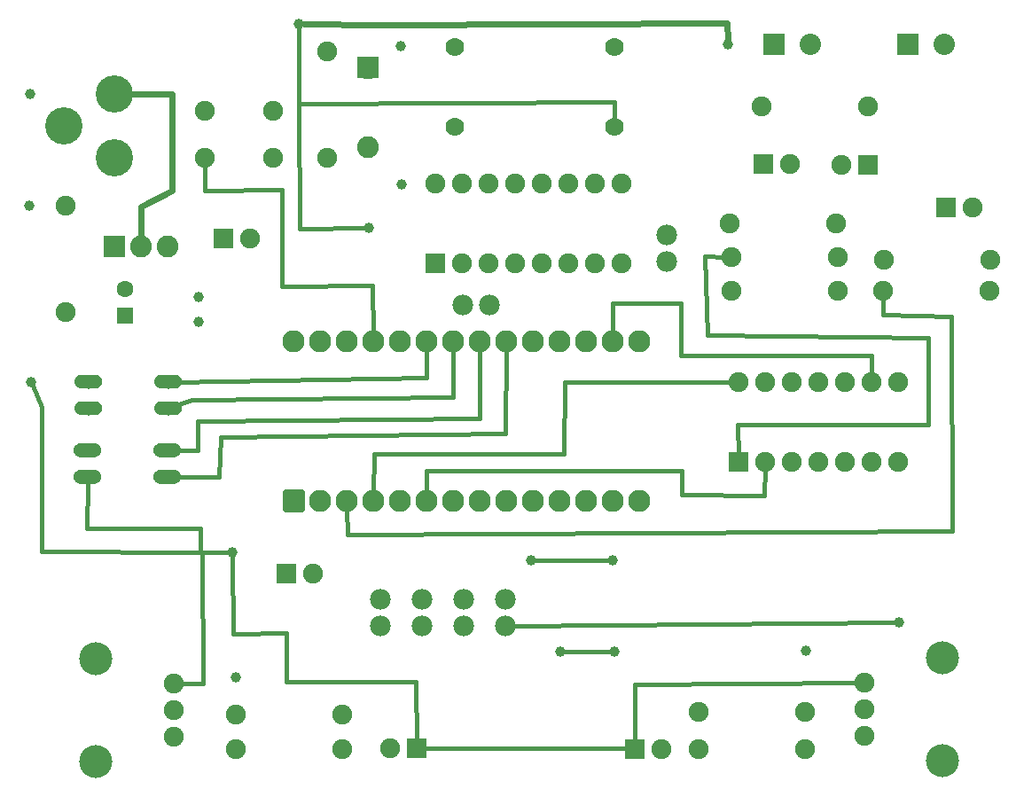
<source format=gbl>
G04 MADE WITH FRITZING*
G04 WWW.FRITZING.ORG*
G04 DOUBLE SIDED*
G04 HOLES PLATED*
G04 CONTOUR ON CENTER OF CONTOUR VECTOR*
%ASAXBY*%
%FSLAX23Y23*%
%MOIN*%
%OFA0B0*%
%SFA1.0B1.0*%
%ADD10C,0.039370*%
%ADD11C,0.075000*%
%ADD12C,0.082000*%
%ADD13C,0.070000*%
%ADD14C,0.078000*%
%ADD15C,0.083307*%
%ADD16C,0.074667*%
%ADD17C,0.074695*%
%ADD18C,0.124033*%
%ADD19C,0.140000*%
%ADD20C,0.080000*%
%ADD21C,0.062992*%
%ADD22C,0.052000*%
%ADD23R,0.075000X0.075000*%
%ADD24R,0.082000X0.082000*%
%ADD25R,0.080000X0.080000*%
%ADD26R,0.062992X0.062992*%
%ADD27C,0.016000*%
%ADD28C,0.024000*%
%ADD29C,0.020000*%
%ADD30R,0.001000X0.001000*%
%LNCOPPER0*%
G90*
G70*
G54D10*
X2324Y682D03*
X2122Y682D03*
G54D11*
X1093Y977D03*
X1193Y977D03*
G54D12*
X445Y2207D03*
X545Y2207D03*
X645Y2207D03*
G54D11*
X262Y2358D03*
X262Y1958D03*
X856Y2236D03*
X956Y2236D03*
G54D10*
X762Y2017D03*
G54D13*
X1726Y2657D03*
X2326Y2657D03*
X2326Y2957D03*
X1726Y2957D03*
G54D10*
X1522Y2958D03*
X1527Y2439D03*
X3394Y793D03*
G54D14*
X2521Y2248D03*
X2521Y2149D03*
G54D10*
X762Y1923D03*
G54D11*
X2880Y2732D03*
X3280Y2732D03*
X1652Y2141D03*
X1652Y2441D03*
X1752Y2141D03*
X1752Y2441D03*
X1852Y2141D03*
X1852Y2441D03*
X1952Y2141D03*
X1952Y2441D03*
X2052Y2141D03*
X2052Y2441D03*
X2152Y2141D03*
X2152Y2441D03*
X2252Y2141D03*
X2252Y2441D03*
X2352Y2141D03*
X2352Y2441D03*
G54D12*
X1399Y2877D03*
X1399Y2579D03*
G54D11*
X1247Y2939D03*
X1247Y2539D03*
G54D10*
X1402Y2276D03*
X1139Y3043D03*
G54D14*
X1756Y1987D03*
X1856Y1987D03*
G54D10*
X133Y1695D03*
G54D14*
X1444Y879D03*
X1444Y779D03*
G54D10*
X890Y1054D03*
G54D14*
X1601Y879D03*
X1601Y779D03*
X1759Y879D03*
X1759Y779D03*
X1916Y879D03*
X1916Y779D03*
G54D10*
X2318Y1027D03*
X2011Y1025D03*
G54D11*
X902Y444D03*
X1302Y444D03*
X902Y315D03*
X1302Y315D03*
X2642Y455D03*
X3042Y455D03*
X2641Y314D03*
X3041Y314D03*
X2402Y317D03*
X2502Y317D03*
X1581Y319D03*
X1481Y319D03*
G54D15*
X1120Y1249D03*
X1120Y1849D03*
X1220Y1249D03*
X1220Y1849D03*
X1320Y1249D03*
X1320Y1849D03*
X1420Y1249D03*
X1420Y1849D03*
X1520Y1249D03*
X1520Y1849D03*
X1620Y1249D03*
X1620Y1849D03*
X1720Y1249D03*
X1720Y1849D03*
X1820Y1249D03*
X1820Y1849D03*
X1920Y1249D03*
X1920Y1849D03*
X2020Y1249D03*
X2020Y1849D03*
X2120Y1249D03*
X2120Y1849D03*
X2220Y1249D03*
X2220Y1849D03*
X2320Y1249D03*
X2320Y1849D03*
X2420Y1249D03*
X2420Y1849D03*
G54D16*
X669Y363D03*
X669Y463D03*
G54D17*
X669Y563D03*
G54D18*
X374Y269D03*
X374Y657D03*
G54D16*
X3265Y566D03*
X3265Y466D03*
G54D17*
X3265Y366D03*
G54D18*
X3560Y660D03*
X3560Y272D03*
G54D19*
X445Y2539D03*
X445Y2779D03*
X255Y2659D03*
G54D20*
X2924Y2964D03*
X3061Y2964D03*
X3429Y2964D03*
X3567Y2964D03*
G54D11*
X2791Y1395D03*
X2791Y1695D03*
X2891Y1395D03*
X2891Y1695D03*
X2991Y1395D03*
X2991Y1695D03*
X3091Y1395D03*
X3091Y1695D03*
X3191Y1395D03*
X3191Y1695D03*
X3291Y1395D03*
X3291Y1695D03*
X3391Y1395D03*
X3391Y1695D03*
X2765Y2165D03*
X3165Y2165D03*
X2765Y2040D03*
X3165Y2040D03*
X2758Y2291D03*
X3158Y2291D03*
G54D10*
X2753Y2964D03*
G54D11*
X3338Y2154D03*
X3738Y2154D03*
X3334Y2038D03*
X3734Y2038D03*
X3571Y2352D03*
X3671Y2352D03*
X2886Y2514D03*
X2986Y2514D03*
X3279Y2512D03*
X3179Y2512D03*
G54D10*
X901Y586D03*
X3044Y685D03*
G54D11*
X1041Y2540D03*
X785Y2540D03*
X1041Y2717D03*
X785Y2717D03*
G54D21*
X487Y1945D03*
X487Y2044D03*
G54D22*
X645Y1338D03*
X645Y1438D03*
X345Y1438D03*
X345Y1338D03*
X648Y1597D03*
X648Y1697D03*
X348Y1697D03*
X348Y1597D03*
G54D10*
X128Y2779D03*
X127Y2359D03*
G54D23*
X1093Y977D03*
G54D24*
X445Y2207D03*
G54D23*
X856Y2236D03*
X1652Y2141D03*
G54D24*
X1399Y2878D03*
G54D23*
X2402Y317D03*
X1581Y319D03*
G54D25*
X2924Y2964D03*
X3429Y2964D03*
G54D23*
X2791Y1395D03*
X3571Y2352D03*
X2886Y2514D03*
X3279Y2512D03*
G54D26*
X487Y1945D03*
G54D27*
X2311Y682D02*
X2135Y682D01*
G54D28*
D02*
X663Y2415D02*
X544Y2354D01*
D02*
X544Y2354D02*
X545Y2239D01*
D02*
X663Y2778D02*
X663Y2415D01*
D02*
X506Y2778D02*
X663Y2778D01*
G54D27*
D02*
X2327Y2750D02*
X2326Y2678D01*
D02*
X1138Y2743D02*
X2327Y2750D01*
G54D28*
D02*
X2749Y3046D02*
X1438Y3040D01*
D02*
X1438Y3040D02*
X1158Y3043D01*
D02*
X2752Y2983D02*
X2749Y3046D01*
G54D27*
D02*
X3380Y793D02*
X1941Y780D01*
D02*
X877Y1054D02*
X769Y1054D01*
D02*
X776Y1054D02*
X780Y561D01*
D02*
X769Y1054D02*
X173Y1058D01*
D02*
X780Y561D02*
X695Y562D01*
D02*
X173Y1602D02*
X139Y1682D01*
D02*
X173Y1058D02*
X173Y1602D01*
D02*
X342Y1145D02*
X344Y1316D01*
D02*
X769Y1147D02*
X342Y1145D01*
D02*
X769Y1054D02*
X769Y1147D01*
D02*
X1143Y2273D02*
X1388Y2276D01*
D02*
X1138Y2743D02*
X1143Y2273D01*
D02*
X1139Y3030D02*
X1138Y2743D01*
D02*
X2576Y1796D02*
X2576Y1993D01*
D02*
X2576Y1993D02*
X2320Y1991D01*
D02*
X3293Y1794D02*
X2576Y1796D01*
D02*
X2320Y1991D02*
X2320Y1876D01*
D02*
X3292Y1718D02*
X3293Y1794D01*
D02*
X1422Y1427D02*
X2136Y1427D01*
D02*
X2136Y1427D02*
X2138Y1694D01*
D02*
X2138Y1694D02*
X2768Y1695D01*
D02*
X1420Y1276D02*
X1422Y1427D01*
D02*
X3505Y1537D02*
X2788Y1535D01*
D02*
X3505Y1862D02*
X3505Y1537D01*
D02*
X2674Y1871D02*
X3505Y1862D01*
D02*
X2788Y1535D02*
X2791Y1418D01*
D02*
X2666Y2168D02*
X2674Y1871D01*
D02*
X2742Y2166D02*
X2666Y2168D01*
D02*
X844Y1490D02*
X839Y1339D01*
D02*
X1916Y1501D02*
X844Y1490D01*
D02*
X1919Y1822D02*
X1916Y1501D01*
D02*
X839Y1339D02*
X666Y1338D01*
D02*
X758Y1550D02*
X758Y1439D01*
D02*
X1818Y1559D02*
X758Y1550D01*
D02*
X758Y1439D02*
X666Y1438D01*
D02*
X1819Y1822D02*
X1818Y1559D01*
D02*
X1720Y1822D02*
X1720Y1639D01*
D02*
X736Y1630D02*
X668Y1604D01*
D02*
X1720Y1639D02*
X736Y1630D01*
D02*
X1620Y1712D02*
X1620Y1822D01*
D02*
X670Y1697D02*
X1620Y1712D01*
D02*
X3596Y1134D02*
X1321Y1121D01*
D02*
X1321Y1121D02*
X1320Y1222D01*
D02*
X3336Y1950D02*
X3591Y1943D01*
D02*
X3591Y1943D02*
X3596Y1134D01*
D02*
X3334Y2015D02*
X3336Y1950D01*
D02*
X1620Y1361D02*
X1620Y1276D01*
D02*
X2578Y1361D02*
X1620Y1361D01*
D02*
X2580Y1272D02*
X2578Y1361D01*
D02*
X2889Y1270D02*
X2580Y1272D01*
D02*
X2891Y1372D02*
X2889Y1270D01*
D02*
X2403Y559D02*
X3238Y566D01*
D02*
X2402Y341D02*
X2403Y559D01*
D02*
X2378Y318D02*
X1604Y319D01*
D02*
X1091Y751D02*
X1091Y568D01*
D02*
X1091Y568D02*
X1580Y568D01*
D02*
X891Y750D02*
X1091Y751D01*
D02*
X1580Y568D02*
X1581Y342D01*
D02*
X890Y1041D02*
X891Y750D01*
D02*
X1417Y2058D02*
X1419Y1876D01*
D02*
X1074Y2057D02*
X1417Y2058D01*
D02*
X786Y2415D02*
X1074Y2418D01*
D02*
X1074Y2418D02*
X1074Y2057D01*
D02*
X785Y2517D02*
X786Y2415D01*
D02*
X2025Y1025D02*
X2305Y1027D01*
G54D29*
X1088Y1281D02*
X1151Y1281D01*
X1151Y1217D01*
X1088Y1217D01*
X1088Y1281D01*
D02*
G54D30*
X316Y1723D02*
X379Y1723D01*
X616Y1723D02*
X679Y1723D01*
X313Y1722D02*
X382Y1722D01*
X613Y1722D02*
X682Y1722D01*
X311Y1721D02*
X385Y1721D01*
X611Y1721D02*
X685Y1721D01*
X309Y1720D02*
X386Y1720D01*
X609Y1720D02*
X686Y1720D01*
X307Y1719D02*
X388Y1719D01*
X607Y1719D02*
X688Y1719D01*
X306Y1718D02*
X389Y1718D01*
X606Y1718D02*
X689Y1718D01*
X305Y1717D02*
X390Y1717D01*
X605Y1717D02*
X690Y1717D01*
X304Y1716D02*
X392Y1716D01*
X604Y1716D02*
X692Y1716D01*
X303Y1715D02*
X392Y1715D01*
X603Y1715D02*
X692Y1715D01*
X302Y1714D02*
X393Y1714D01*
X602Y1714D02*
X693Y1714D01*
X301Y1713D02*
X343Y1713D01*
X353Y1713D02*
X394Y1713D01*
X601Y1713D02*
X643Y1713D01*
X653Y1713D02*
X694Y1713D01*
X301Y1712D02*
X340Y1712D01*
X355Y1712D02*
X395Y1712D01*
X601Y1712D02*
X640Y1712D01*
X655Y1712D02*
X695Y1712D01*
X300Y1711D02*
X338Y1711D01*
X357Y1711D02*
X395Y1711D01*
X600Y1711D02*
X638Y1711D01*
X657Y1711D02*
X695Y1711D01*
X299Y1710D02*
X337Y1710D01*
X358Y1710D02*
X396Y1710D01*
X599Y1710D02*
X637Y1710D01*
X658Y1710D02*
X696Y1710D01*
X299Y1709D02*
X336Y1709D01*
X359Y1709D02*
X397Y1709D01*
X599Y1709D02*
X636Y1709D01*
X659Y1709D02*
X697Y1709D01*
X298Y1708D02*
X335Y1708D01*
X360Y1708D02*
X397Y1708D01*
X598Y1708D02*
X635Y1708D01*
X660Y1708D02*
X697Y1708D01*
X298Y1707D02*
X334Y1707D01*
X361Y1707D02*
X397Y1707D01*
X598Y1707D02*
X634Y1707D01*
X661Y1707D02*
X697Y1707D01*
X298Y1706D02*
X334Y1706D01*
X362Y1706D02*
X398Y1706D01*
X598Y1706D02*
X634Y1706D01*
X662Y1706D02*
X698Y1706D01*
X297Y1705D02*
X333Y1705D01*
X362Y1705D02*
X398Y1705D01*
X597Y1705D02*
X633Y1705D01*
X662Y1705D02*
X698Y1705D01*
X297Y1704D02*
X333Y1704D01*
X363Y1704D02*
X398Y1704D01*
X597Y1704D02*
X633Y1704D01*
X663Y1704D02*
X698Y1704D01*
X297Y1703D02*
X332Y1703D01*
X363Y1703D02*
X399Y1703D01*
X597Y1703D02*
X632Y1703D01*
X663Y1703D02*
X699Y1703D01*
X297Y1702D02*
X332Y1702D01*
X364Y1702D02*
X399Y1702D01*
X597Y1702D02*
X632Y1702D01*
X664Y1702D02*
X699Y1702D01*
X296Y1701D02*
X332Y1701D01*
X364Y1701D02*
X399Y1701D01*
X596Y1701D02*
X632Y1701D01*
X664Y1701D02*
X699Y1701D01*
X296Y1700D02*
X331Y1700D01*
X364Y1700D02*
X399Y1700D01*
X596Y1700D02*
X631Y1700D01*
X664Y1700D02*
X699Y1700D01*
X296Y1699D02*
X331Y1699D01*
X364Y1699D02*
X399Y1699D01*
X596Y1699D02*
X631Y1699D01*
X664Y1699D02*
X699Y1699D01*
X296Y1698D02*
X331Y1698D01*
X364Y1698D02*
X399Y1698D01*
X596Y1698D02*
X631Y1698D01*
X664Y1698D02*
X699Y1698D01*
X296Y1697D02*
X331Y1697D01*
X364Y1697D02*
X399Y1697D01*
X596Y1697D02*
X631Y1697D01*
X664Y1697D02*
X699Y1697D01*
X296Y1696D02*
X331Y1696D01*
X364Y1696D02*
X399Y1696D01*
X596Y1696D02*
X631Y1696D01*
X664Y1696D02*
X699Y1696D01*
X296Y1695D02*
X331Y1695D01*
X364Y1695D02*
X399Y1695D01*
X596Y1695D02*
X631Y1695D01*
X664Y1695D02*
X699Y1695D01*
X296Y1694D02*
X332Y1694D01*
X364Y1694D02*
X399Y1694D01*
X596Y1694D02*
X632Y1694D01*
X664Y1694D02*
X699Y1694D01*
X297Y1693D02*
X332Y1693D01*
X363Y1693D02*
X399Y1693D01*
X597Y1693D02*
X632Y1693D01*
X663Y1693D02*
X699Y1693D01*
X297Y1692D02*
X332Y1692D01*
X363Y1692D02*
X399Y1692D01*
X597Y1692D02*
X632Y1692D01*
X663Y1692D02*
X699Y1692D01*
X297Y1691D02*
X333Y1691D01*
X363Y1691D02*
X398Y1691D01*
X597Y1691D02*
X633Y1691D01*
X663Y1691D02*
X698Y1691D01*
X297Y1690D02*
X333Y1690D01*
X362Y1690D02*
X398Y1690D01*
X597Y1690D02*
X633Y1690D01*
X662Y1690D02*
X698Y1690D01*
X298Y1689D02*
X334Y1689D01*
X362Y1689D02*
X398Y1689D01*
X598Y1689D02*
X634Y1689D01*
X662Y1689D02*
X698Y1689D01*
X298Y1688D02*
X335Y1688D01*
X361Y1688D02*
X397Y1688D01*
X598Y1688D02*
X635Y1688D01*
X661Y1688D02*
X697Y1688D01*
X299Y1687D02*
X335Y1687D01*
X360Y1687D02*
X397Y1687D01*
X599Y1687D02*
X635Y1687D01*
X660Y1687D02*
X697Y1687D01*
X299Y1686D02*
X336Y1686D01*
X359Y1686D02*
X396Y1686D01*
X599Y1686D02*
X636Y1686D01*
X659Y1686D02*
X696Y1686D01*
X300Y1685D02*
X338Y1685D01*
X358Y1685D02*
X396Y1685D01*
X600Y1685D02*
X638Y1685D01*
X658Y1685D02*
X696Y1685D01*
X300Y1684D02*
X339Y1684D01*
X356Y1684D02*
X395Y1684D01*
X600Y1684D02*
X639Y1684D01*
X656Y1684D02*
X695Y1684D01*
X301Y1683D02*
X341Y1683D01*
X354Y1683D02*
X395Y1683D01*
X601Y1683D02*
X641Y1683D01*
X654Y1683D02*
X695Y1683D01*
X302Y1682D02*
X344Y1682D01*
X351Y1682D02*
X394Y1682D01*
X602Y1682D02*
X644Y1682D01*
X651Y1682D02*
X694Y1682D01*
X302Y1681D02*
X393Y1681D01*
X602Y1681D02*
X693Y1681D01*
X303Y1680D02*
X392Y1680D01*
X603Y1680D02*
X692Y1680D01*
X304Y1679D02*
X391Y1679D01*
X604Y1679D02*
X691Y1679D01*
X305Y1678D02*
X390Y1678D01*
X605Y1678D02*
X690Y1678D01*
X307Y1677D02*
X389Y1677D01*
X607Y1677D02*
X689Y1677D01*
X308Y1676D02*
X387Y1676D01*
X608Y1676D02*
X687Y1676D01*
X310Y1675D02*
X386Y1675D01*
X610Y1675D02*
X686Y1675D01*
X312Y1674D02*
X384Y1674D01*
X612Y1674D02*
X684Y1674D01*
X314Y1673D02*
X381Y1673D01*
X614Y1673D02*
X681Y1673D01*
X318Y1672D02*
X377Y1672D01*
X618Y1672D02*
X677Y1672D01*
X316Y1623D02*
X379Y1623D01*
X616Y1623D02*
X679Y1623D01*
X313Y1622D02*
X382Y1622D01*
X613Y1622D02*
X682Y1622D01*
X311Y1621D02*
X385Y1621D01*
X611Y1621D02*
X685Y1621D01*
X309Y1620D02*
X386Y1620D01*
X609Y1620D02*
X686Y1620D01*
X307Y1619D02*
X388Y1619D01*
X607Y1619D02*
X688Y1619D01*
X306Y1618D02*
X389Y1618D01*
X606Y1618D02*
X689Y1618D01*
X305Y1617D02*
X390Y1617D01*
X605Y1617D02*
X690Y1617D01*
X304Y1616D02*
X392Y1616D01*
X604Y1616D02*
X692Y1616D01*
X303Y1615D02*
X392Y1615D01*
X603Y1615D02*
X692Y1615D01*
X302Y1614D02*
X393Y1614D01*
X602Y1614D02*
X693Y1614D01*
X301Y1613D02*
X343Y1613D01*
X353Y1613D02*
X394Y1613D01*
X601Y1613D02*
X643Y1613D01*
X653Y1613D02*
X694Y1613D01*
X301Y1612D02*
X340Y1612D01*
X355Y1612D02*
X395Y1612D01*
X601Y1612D02*
X640Y1612D01*
X655Y1612D02*
X695Y1612D01*
X300Y1611D02*
X338Y1611D01*
X357Y1611D02*
X395Y1611D01*
X600Y1611D02*
X638Y1611D01*
X657Y1611D02*
X695Y1611D01*
X299Y1610D02*
X337Y1610D01*
X358Y1610D02*
X396Y1610D01*
X599Y1610D02*
X637Y1610D01*
X658Y1610D02*
X696Y1610D01*
X299Y1609D02*
X336Y1609D01*
X359Y1609D02*
X397Y1609D01*
X599Y1609D02*
X636Y1609D01*
X659Y1609D02*
X697Y1609D01*
X298Y1608D02*
X335Y1608D01*
X360Y1608D02*
X397Y1608D01*
X598Y1608D02*
X635Y1608D01*
X660Y1608D02*
X697Y1608D01*
X298Y1607D02*
X334Y1607D01*
X361Y1607D02*
X397Y1607D01*
X598Y1607D02*
X634Y1607D01*
X661Y1607D02*
X697Y1607D01*
X298Y1606D02*
X334Y1606D01*
X362Y1606D02*
X398Y1606D01*
X598Y1606D02*
X634Y1606D01*
X662Y1606D02*
X698Y1606D01*
X297Y1605D02*
X333Y1605D01*
X362Y1605D02*
X398Y1605D01*
X597Y1605D02*
X633Y1605D01*
X662Y1605D02*
X698Y1605D01*
X297Y1604D02*
X333Y1604D01*
X363Y1604D02*
X398Y1604D01*
X597Y1604D02*
X633Y1604D01*
X663Y1604D02*
X698Y1604D01*
X297Y1603D02*
X332Y1603D01*
X363Y1603D02*
X399Y1603D01*
X597Y1603D02*
X632Y1603D01*
X663Y1603D02*
X699Y1603D01*
X297Y1602D02*
X332Y1602D01*
X364Y1602D02*
X399Y1602D01*
X597Y1602D02*
X632Y1602D01*
X664Y1602D02*
X699Y1602D01*
X296Y1601D02*
X332Y1601D01*
X364Y1601D02*
X399Y1601D01*
X596Y1601D02*
X632Y1601D01*
X664Y1601D02*
X699Y1601D01*
X296Y1600D02*
X331Y1600D01*
X364Y1600D02*
X399Y1600D01*
X596Y1600D02*
X631Y1600D01*
X664Y1600D02*
X699Y1600D01*
X296Y1599D02*
X331Y1599D01*
X364Y1599D02*
X399Y1599D01*
X596Y1599D02*
X631Y1599D01*
X664Y1599D02*
X699Y1599D01*
X296Y1598D02*
X331Y1598D01*
X364Y1598D02*
X399Y1598D01*
X596Y1598D02*
X631Y1598D01*
X664Y1598D02*
X699Y1598D01*
X296Y1597D02*
X331Y1597D01*
X364Y1597D02*
X399Y1597D01*
X596Y1597D02*
X631Y1597D01*
X664Y1597D02*
X699Y1597D01*
X296Y1596D02*
X331Y1596D01*
X364Y1596D02*
X399Y1596D01*
X596Y1596D02*
X631Y1596D01*
X664Y1596D02*
X699Y1596D01*
X296Y1595D02*
X331Y1595D01*
X364Y1595D02*
X399Y1595D01*
X596Y1595D02*
X631Y1595D01*
X664Y1595D02*
X699Y1595D01*
X296Y1594D02*
X332Y1594D01*
X364Y1594D02*
X399Y1594D01*
X596Y1594D02*
X632Y1594D01*
X664Y1594D02*
X699Y1594D01*
X297Y1593D02*
X332Y1593D01*
X363Y1593D02*
X399Y1593D01*
X597Y1593D02*
X632Y1593D01*
X663Y1593D02*
X699Y1593D01*
X297Y1592D02*
X332Y1592D01*
X363Y1592D02*
X399Y1592D01*
X597Y1592D02*
X632Y1592D01*
X663Y1592D02*
X699Y1592D01*
X297Y1591D02*
X333Y1591D01*
X363Y1591D02*
X398Y1591D01*
X597Y1591D02*
X633Y1591D01*
X663Y1591D02*
X698Y1591D01*
X297Y1590D02*
X333Y1590D01*
X362Y1590D02*
X398Y1590D01*
X597Y1590D02*
X633Y1590D01*
X662Y1590D02*
X698Y1590D01*
X298Y1589D02*
X334Y1589D01*
X362Y1589D02*
X398Y1589D01*
X598Y1589D02*
X634Y1589D01*
X662Y1589D02*
X698Y1589D01*
X298Y1588D02*
X335Y1588D01*
X361Y1588D02*
X397Y1588D01*
X598Y1588D02*
X635Y1588D01*
X661Y1588D02*
X697Y1588D01*
X299Y1587D02*
X335Y1587D01*
X360Y1587D02*
X397Y1587D01*
X599Y1587D02*
X635Y1587D01*
X660Y1587D02*
X697Y1587D01*
X299Y1586D02*
X336Y1586D01*
X359Y1586D02*
X396Y1586D01*
X599Y1586D02*
X636Y1586D01*
X659Y1586D02*
X696Y1586D01*
X300Y1585D02*
X338Y1585D01*
X358Y1585D02*
X396Y1585D01*
X600Y1585D02*
X638Y1585D01*
X658Y1585D02*
X696Y1585D01*
X300Y1584D02*
X339Y1584D01*
X356Y1584D02*
X395Y1584D01*
X600Y1584D02*
X639Y1584D01*
X656Y1584D02*
X695Y1584D01*
X301Y1583D02*
X341Y1583D01*
X354Y1583D02*
X395Y1583D01*
X601Y1583D02*
X641Y1583D01*
X654Y1583D02*
X695Y1583D01*
X302Y1582D02*
X344Y1582D01*
X351Y1582D02*
X394Y1582D01*
X602Y1582D02*
X644Y1582D01*
X651Y1582D02*
X694Y1582D01*
X302Y1581D02*
X393Y1581D01*
X602Y1581D02*
X693Y1581D01*
X303Y1580D02*
X392Y1580D01*
X603Y1580D02*
X692Y1580D01*
X304Y1579D02*
X391Y1579D01*
X604Y1579D02*
X691Y1579D01*
X305Y1578D02*
X390Y1578D01*
X605Y1578D02*
X690Y1578D01*
X307Y1577D02*
X389Y1577D01*
X607Y1577D02*
X689Y1577D01*
X308Y1576D02*
X387Y1576D01*
X608Y1576D02*
X687Y1576D01*
X310Y1575D02*
X386Y1575D01*
X610Y1575D02*
X686Y1575D01*
X312Y1574D02*
X384Y1574D01*
X612Y1574D02*
X684Y1574D01*
X314Y1573D02*
X381Y1573D01*
X614Y1573D02*
X681Y1573D01*
X319Y1572D02*
X377Y1572D01*
X619Y1572D02*
X677Y1572D01*
X316Y1465D02*
X372Y1465D01*
X616Y1465D02*
X672Y1465D01*
X311Y1464D02*
X377Y1464D01*
X611Y1464D02*
X677Y1464D01*
X308Y1463D02*
X380Y1463D01*
X608Y1463D02*
X680Y1463D01*
X307Y1462D02*
X382Y1462D01*
X607Y1462D02*
X682Y1462D01*
X305Y1461D02*
X384Y1461D01*
X605Y1461D02*
X684Y1461D01*
X303Y1460D02*
X385Y1460D01*
X603Y1460D02*
X685Y1460D01*
X302Y1459D02*
X386Y1459D01*
X602Y1459D02*
X686Y1459D01*
X301Y1458D02*
X388Y1458D01*
X601Y1458D02*
X688Y1458D01*
X300Y1457D02*
X389Y1457D01*
X600Y1457D02*
X689Y1457D01*
X299Y1456D02*
X389Y1456D01*
X599Y1456D02*
X689Y1456D01*
X298Y1455D02*
X342Y1455D01*
X346Y1455D02*
X390Y1455D01*
X598Y1455D02*
X642Y1455D01*
X646Y1455D02*
X690Y1455D01*
X297Y1454D02*
X338Y1454D01*
X351Y1454D02*
X391Y1454D01*
X597Y1454D02*
X638Y1454D01*
X651Y1454D02*
X691Y1454D01*
X297Y1453D02*
X336Y1453D01*
X353Y1453D02*
X392Y1453D01*
X597Y1453D02*
X636Y1453D01*
X653Y1453D02*
X692Y1453D01*
X296Y1452D02*
X334Y1452D01*
X354Y1452D02*
X392Y1452D01*
X596Y1452D02*
X634Y1452D01*
X654Y1452D02*
X692Y1452D01*
X296Y1451D02*
X333Y1451D01*
X355Y1451D02*
X393Y1451D01*
X596Y1451D02*
X633Y1451D01*
X655Y1451D02*
X693Y1451D01*
X295Y1450D02*
X332Y1450D01*
X356Y1450D02*
X393Y1450D01*
X595Y1450D02*
X632Y1450D01*
X656Y1450D02*
X693Y1450D01*
X295Y1449D02*
X331Y1449D01*
X357Y1449D02*
X394Y1449D01*
X595Y1449D02*
X631Y1449D01*
X657Y1449D02*
X694Y1449D01*
X294Y1448D02*
X330Y1448D01*
X358Y1448D02*
X394Y1448D01*
X594Y1448D02*
X630Y1448D01*
X658Y1448D02*
X694Y1448D01*
X294Y1447D02*
X330Y1447D01*
X359Y1447D02*
X395Y1447D01*
X594Y1447D02*
X630Y1447D01*
X659Y1447D02*
X695Y1447D01*
X294Y1446D02*
X329Y1446D01*
X359Y1446D02*
X395Y1446D01*
X594Y1446D02*
X629Y1446D01*
X659Y1446D02*
X695Y1446D01*
X293Y1445D02*
X329Y1445D01*
X360Y1445D02*
X395Y1445D01*
X593Y1445D02*
X629Y1445D01*
X660Y1445D02*
X695Y1445D01*
X293Y1444D02*
X329Y1444D01*
X360Y1444D02*
X395Y1444D01*
X593Y1444D02*
X629Y1444D01*
X660Y1444D02*
X695Y1444D01*
X293Y1443D02*
X328Y1443D01*
X360Y1443D02*
X395Y1443D01*
X593Y1443D02*
X628Y1443D01*
X660Y1443D02*
X695Y1443D01*
X293Y1442D02*
X328Y1442D01*
X360Y1442D02*
X396Y1442D01*
X593Y1442D02*
X628Y1442D01*
X660Y1442D02*
X696Y1442D01*
X293Y1441D02*
X328Y1441D01*
X361Y1441D02*
X396Y1441D01*
X593Y1441D02*
X628Y1441D01*
X661Y1441D02*
X696Y1441D01*
X293Y1440D02*
X328Y1440D01*
X361Y1440D02*
X396Y1440D01*
X593Y1440D02*
X628Y1440D01*
X661Y1440D02*
X696Y1440D01*
X293Y1439D02*
X328Y1439D01*
X361Y1439D02*
X396Y1439D01*
X593Y1439D02*
X628Y1439D01*
X661Y1439D02*
X696Y1439D01*
X293Y1438D02*
X328Y1438D01*
X361Y1438D02*
X396Y1438D01*
X593Y1438D02*
X628Y1438D01*
X661Y1438D02*
X696Y1438D01*
X293Y1437D02*
X328Y1437D01*
X361Y1437D02*
X396Y1437D01*
X593Y1437D02*
X628Y1437D01*
X661Y1437D02*
X696Y1437D01*
X293Y1436D02*
X328Y1436D01*
X360Y1436D02*
X396Y1436D01*
X593Y1436D02*
X628Y1436D01*
X660Y1436D02*
X696Y1436D01*
X293Y1435D02*
X328Y1435D01*
X360Y1435D02*
X395Y1435D01*
X593Y1435D02*
X628Y1435D01*
X660Y1435D02*
X695Y1435D01*
X293Y1434D02*
X329Y1434D01*
X360Y1434D02*
X395Y1434D01*
X593Y1434D02*
X629Y1434D01*
X660Y1434D02*
X695Y1434D01*
X293Y1433D02*
X329Y1433D01*
X359Y1433D02*
X395Y1433D01*
X593Y1433D02*
X629Y1433D01*
X659Y1433D02*
X695Y1433D01*
X294Y1432D02*
X329Y1432D01*
X359Y1432D02*
X395Y1432D01*
X594Y1432D02*
X629Y1432D01*
X659Y1432D02*
X695Y1432D01*
X294Y1431D02*
X330Y1431D01*
X358Y1431D02*
X394Y1431D01*
X594Y1431D02*
X630Y1431D01*
X658Y1431D02*
X694Y1431D01*
X294Y1430D02*
X331Y1430D01*
X358Y1430D02*
X394Y1430D01*
X594Y1430D02*
X631Y1430D01*
X658Y1430D02*
X694Y1430D01*
X295Y1429D02*
X331Y1429D01*
X357Y1429D02*
X394Y1429D01*
X595Y1429D02*
X631Y1429D01*
X657Y1429D02*
X694Y1429D01*
X295Y1428D02*
X332Y1428D01*
X356Y1428D02*
X393Y1428D01*
X595Y1428D02*
X632Y1428D01*
X656Y1428D02*
X693Y1428D01*
X296Y1427D02*
X333Y1427D01*
X355Y1427D02*
X393Y1427D01*
X596Y1427D02*
X633Y1427D01*
X655Y1427D02*
X693Y1427D01*
X296Y1426D02*
X335Y1426D01*
X354Y1426D02*
X392Y1426D01*
X596Y1426D02*
X635Y1426D01*
X654Y1426D02*
X692Y1426D01*
X297Y1425D02*
X336Y1425D01*
X352Y1425D02*
X392Y1425D01*
X597Y1425D02*
X636Y1425D01*
X652Y1425D02*
X692Y1425D01*
X298Y1424D02*
X339Y1424D01*
X350Y1424D02*
X391Y1424D01*
X598Y1424D02*
X639Y1424D01*
X650Y1424D02*
X691Y1424D01*
X299Y1423D02*
X390Y1423D01*
X599Y1423D02*
X690Y1423D01*
X299Y1422D02*
X389Y1422D01*
X599Y1422D02*
X689Y1422D01*
X300Y1421D02*
X388Y1421D01*
X600Y1421D02*
X688Y1421D01*
X301Y1420D02*
X387Y1420D01*
X601Y1420D02*
X687Y1420D01*
X303Y1419D02*
X386Y1419D01*
X602Y1419D02*
X686Y1419D01*
X304Y1418D02*
X385Y1418D01*
X604Y1418D02*
X685Y1418D01*
X305Y1417D02*
X383Y1417D01*
X605Y1417D02*
X683Y1417D01*
X307Y1416D02*
X381Y1416D01*
X607Y1416D02*
X681Y1416D01*
X309Y1415D02*
X379Y1415D01*
X609Y1415D02*
X679Y1415D01*
X312Y1414D02*
X376Y1414D01*
X612Y1414D02*
X676Y1414D01*
X316Y1365D02*
X373Y1365D01*
X616Y1365D02*
X673Y1365D01*
X311Y1364D02*
X377Y1364D01*
X611Y1364D02*
X677Y1364D01*
X308Y1363D02*
X380Y1363D01*
X608Y1363D02*
X680Y1363D01*
X307Y1362D02*
X382Y1362D01*
X607Y1362D02*
X682Y1362D01*
X305Y1361D02*
X384Y1361D01*
X605Y1361D02*
X684Y1361D01*
X303Y1360D02*
X385Y1360D01*
X603Y1360D02*
X685Y1360D01*
X302Y1359D02*
X386Y1359D01*
X602Y1359D02*
X686Y1359D01*
X301Y1358D02*
X388Y1358D01*
X601Y1358D02*
X688Y1358D01*
X300Y1357D02*
X389Y1357D01*
X600Y1357D02*
X689Y1357D01*
X299Y1356D02*
X389Y1356D01*
X599Y1356D02*
X689Y1356D01*
X298Y1355D02*
X342Y1355D01*
X346Y1355D02*
X390Y1355D01*
X598Y1355D02*
X642Y1355D01*
X646Y1355D02*
X690Y1355D01*
X297Y1354D02*
X338Y1354D01*
X351Y1354D02*
X391Y1354D01*
X597Y1354D02*
X638Y1354D01*
X651Y1354D02*
X691Y1354D01*
X297Y1353D02*
X336Y1353D01*
X353Y1353D02*
X392Y1353D01*
X597Y1353D02*
X636Y1353D01*
X653Y1353D02*
X692Y1353D01*
X296Y1352D02*
X334Y1352D01*
X354Y1352D02*
X392Y1352D01*
X596Y1352D02*
X634Y1352D01*
X654Y1352D02*
X692Y1352D01*
X296Y1351D02*
X333Y1351D01*
X355Y1351D02*
X393Y1351D01*
X596Y1351D02*
X633Y1351D01*
X655Y1351D02*
X693Y1351D01*
X295Y1350D02*
X332Y1350D01*
X356Y1350D02*
X393Y1350D01*
X595Y1350D02*
X632Y1350D01*
X656Y1350D02*
X693Y1350D01*
X295Y1349D02*
X331Y1349D01*
X357Y1349D02*
X394Y1349D01*
X595Y1349D02*
X631Y1349D01*
X657Y1349D02*
X694Y1349D01*
X294Y1348D02*
X330Y1348D01*
X358Y1348D02*
X394Y1348D01*
X594Y1348D02*
X630Y1348D01*
X658Y1348D02*
X694Y1348D01*
X294Y1347D02*
X330Y1347D01*
X359Y1347D02*
X395Y1347D01*
X594Y1347D02*
X630Y1347D01*
X659Y1347D02*
X695Y1347D01*
X294Y1346D02*
X329Y1346D01*
X359Y1346D02*
X395Y1346D01*
X594Y1346D02*
X629Y1346D01*
X659Y1346D02*
X695Y1346D01*
X293Y1345D02*
X329Y1345D01*
X360Y1345D02*
X395Y1345D01*
X593Y1345D02*
X629Y1345D01*
X660Y1345D02*
X695Y1345D01*
X293Y1344D02*
X329Y1344D01*
X360Y1344D02*
X395Y1344D01*
X593Y1344D02*
X629Y1344D01*
X660Y1344D02*
X695Y1344D01*
X293Y1343D02*
X328Y1343D01*
X360Y1343D02*
X395Y1343D01*
X593Y1343D02*
X628Y1343D01*
X660Y1343D02*
X695Y1343D01*
X293Y1342D02*
X328Y1342D01*
X360Y1342D02*
X396Y1342D01*
X593Y1342D02*
X628Y1342D01*
X660Y1342D02*
X696Y1342D01*
X293Y1341D02*
X328Y1341D01*
X361Y1341D02*
X396Y1341D01*
X593Y1341D02*
X628Y1341D01*
X661Y1341D02*
X696Y1341D01*
X293Y1340D02*
X328Y1340D01*
X361Y1340D02*
X396Y1340D01*
X593Y1340D02*
X628Y1340D01*
X661Y1340D02*
X696Y1340D01*
X293Y1339D02*
X328Y1339D01*
X361Y1339D02*
X396Y1339D01*
X593Y1339D02*
X628Y1339D01*
X661Y1339D02*
X696Y1339D01*
X293Y1338D02*
X328Y1338D01*
X361Y1338D02*
X396Y1338D01*
X593Y1338D02*
X628Y1338D01*
X661Y1338D02*
X696Y1338D01*
X293Y1337D02*
X328Y1337D01*
X361Y1337D02*
X396Y1337D01*
X593Y1337D02*
X628Y1337D01*
X661Y1337D02*
X696Y1337D01*
X293Y1336D02*
X328Y1336D01*
X360Y1336D02*
X396Y1336D01*
X593Y1336D02*
X628Y1336D01*
X660Y1336D02*
X696Y1336D01*
X293Y1335D02*
X328Y1335D01*
X360Y1335D02*
X395Y1335D01*
X593Y1335D02*
X628Y1335D01*
X660Y1335D02*
X695Y1335D01*
X293Y1334D02*
X329Y1334D01*
X360Y1334D02*
X395Y1334D01*
X593Y1334D02*
X629Y1334D01*
X660Y1334D02*
X695Y1334D01*
X294Y1333D02*
X329Y1333D01*
X359Y1333D02*
X395Y1333D01*
X594Y1333D02*
X629Y1333D01*
X659Y1333D02*
X695Y1333D01*
X294Y1332D02*
X330Y1332D01*
X359Y1332D02*
X395Y1332D01*
X594Y1332D02*
X630Y1332D01*
X659Y1332D02*
X695Y1332D01*
X294Y1331D02*
X330Y1331D01*
X358Y1331D02*
X394Y1331D01*
X594Y1331D02*
X630Y1331D01*
X658Y1331D02*
X694Y1331D01*
X294Y1330D02*
X331Y1330D01*
X358Y1330D02*
X394Y1330D01*
X594Y1330D02*
X631Y1330D01*
X658Y1330D02*
X694Y1330D01*
X295Y1329D02*
X331Y1329D01*
X357Y1329D02*
X394Y1329D01*
X595Y1329D02*
X631Y1329D01*
X657Y1329D02*
X694Y1329D01*
X295Y1328D02*
X332Y1328D01*
X356Y1328D02*
X393Y1328D01*
X595Y1328D02*
X632Y1328D01*
X656Y1328D02*
X693Y1328D01*
X296Y1327D02*
X333Y1327D01*
X355Y1327D02*
X393Y1327D01*
X596Y1327D02*
X633Y1327D01*
X655Y1327D02*
X693Y1327D01*
X296Y1326D02*
X335Y1326D01*
X354Y1326D02*
X392Y1326D01*
X596Y1326D02*
X635Y1326D01*
X654Y1326D02*
X692Y1326D01*
X297Y1325D02*
X336Y1325D01*
X352Y1325D02*
X391Y1325D01*
X597Y1325D02*
X636Y1325D01*
X652Y1325D02*
X691Y1325D01*
X298Y1324D02*
X339Y1324D01*
X350Y1324D02*
X391Y1324D01*
X598Y1324D02*
X639Y1324D01*
X650Y1324D02*
X691Y1324D01*
X299Y1323D02*
X390Y1323D01*
X599Y1323D02*
X690Y1323D01*
X299Y1322D02*
X389Y1322D01*
X599Y1322D02*
X689Y1322D01*
X300Y1321D02*
X388Y1321D01*
X600Y1321D02*
X688Y1321D01*
X301Y1320D02*
X387Y1320D01*
X601Y1320D02*
X687Y1320D01*
X303Y1319D02*
X386Y1319D01*
X603Y1319D02*
X686Y1319D01*
X304Y1318D02*
X385Y1318D01*
X604Y1318D02*
X685Y1318D01*
X305Y1317D02*
X383Y1317D01*
X605Y1317D02*
X683Y1317D01*
X307Y1316D02*
X381Y1316D01*
X607Y1316D02*
X681Y1316D01*
X309Y1315D02*
X379Y1315D01*
X609Y1315D02*
X679Y1315D01*
X312Y1314D02*
X376Y1314D01*
X612Y1314D02*
X676Y1314D01*
D02*
G04 End of Copper0*
M02*
</source>
